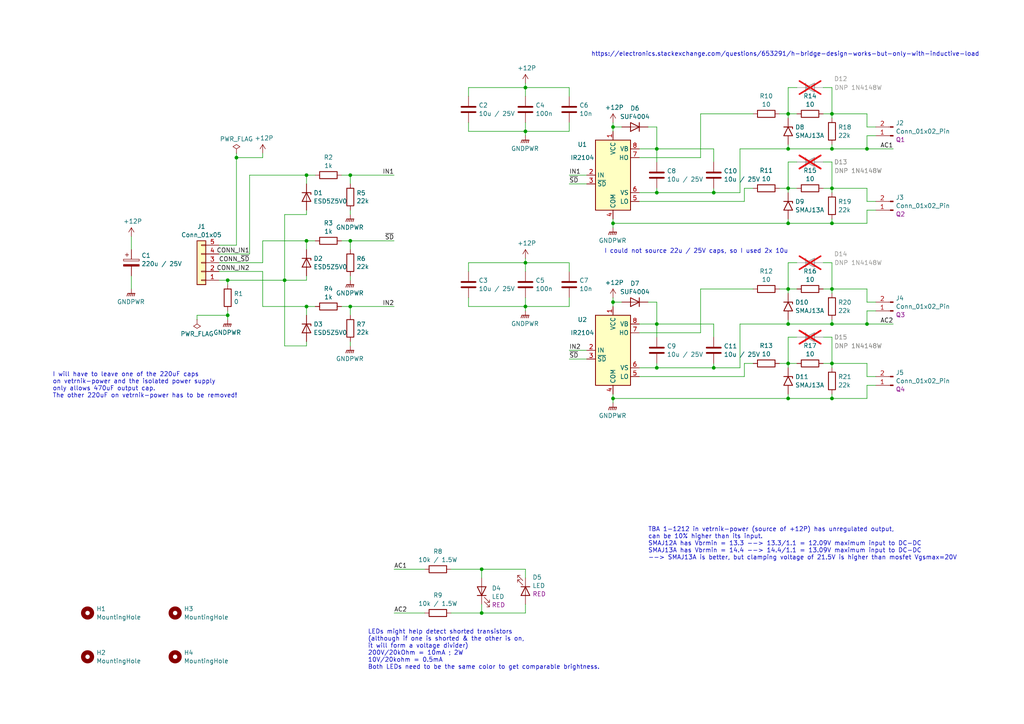
<source format=kicad_sch>
(kicad_sch (version 20230121) (generator eeschema)
  (paper "A4")
  (title_block (title "vetrnik-H-bridge") (company "Ondřej Sluka"))
  (lib_symbols
    (symbol "Connector:Conn_01x02_Pin" (pin_names (offset 1.016) hide)
      (property "Reference" "J" (at 0 2.54 0))
      (property "Value" "Conn_01x02_Pin" (at 0 -5.08 0))
      (symbol "Conn_01x02_Pin_1_1"
        (polyline (pts (xy 1.27 -2.54) (xy 0.8636 -2.54)) (stroke (width 0.1524)))
        (polyline (pts (xy 1.27 0) (xy 0.8636 0)) (stroke (width 0.1524)))
        (rectangle (start 0.8636 -2.413) (end 0 -2.667) (stroke (width 0.1524)) (fill (type outline)))
        (rectangle (start 0.8636 0.127) (end 0 -0.127) (stroke (width 0.1524)) (fill (type outline)))
        (pin passive line (at 5.08 0 180) (length 3.81) (name "Pin_1") (number "1"))
        (pin passive line (at 5.08 -2.54 180) (length 3.81) (name "Pin_2") (number "2"))
      )
    )
    (symbol "Connector_Generic:Conn_01x05" (pin_names (offset 1.016) hide)
      (property "Reference" "J" (at 0 7.62 0))
      (property "Value" "Conn_01x05" (at 0 -7.62 0))
      (symbol "Conn_01x05_1_1"
        (rectangle (start -1.27 -4.953) (end 0 -5.207) (stroke (width 0.1524)))
        (rectangle (start -1.27 -2.413) (end 0 -2.667) (stroke (width 0.1524)))
        (rectangle (start -1.27 0.127) (end 0 -0.127) (stroke (width 0.1524)))
        (rectangle (start -1.27 2.667) (end 0 2.413) (stroke (width 0.1524)))
        (rectangle (start -1.27 5.207) (end 0 4.953) (stroke (width 0.1524)))
        (rectangle (start -1.27 6.35) (end 1.27 -6.35) (stroke (width 0.254)) (fill (type background)))
        (pin passive line (at -5.08 5.08 0) (length 3.81) (name "Pin_1") (number "1"))
        (pin passive line (at -5.08 2.54 0) (length 3.81) (name "Pin_2") (number "2"))
        (pin passive line (at -5.08 0 0) (length 3.81) (name "Pin_3") (number "3"))
        (pin passive line (at -5.08 -2.54 0) (length 3.81) (name "Pin_4") (number "4"))
        (pin passive line (at -5.08 -5.08 0) (length 3.81) (name "Pin_5") (number "5"))
      )
    )
    (symbol "Device:C" (pin_numbers hide) (pin_names (offset 0.254))
      (property "Reference" "C" (at 0.635 2.54 0))
      (property "Value" "C" (at 0.635 -2.54 0))
      (symbol "C_0_1"
        (polyline (pts (xy -2.032 -0.762) (xy 2.032 -0.762)) (stroke (width 0.508)))
        (polyline (pts (xy -2.032 0.762) (xy 2.032 0.762)) (stroke (width 0.508)))
      )
      (symbol "C_1_1"
        (pin passive line (at 0 3.81 270) (length 2.794) (name "~") (number "1"))
        (pin passive line (at 0 -3.81 90) (length 2.794) (name "~") (number "2"))
      )
    )
    (symbol "Device:C_Polarized" (pin_numbers hide) (pin_names (offset 0.254))
      (property "Reference" "C" (at 0.635 2.54 0))
      (property "Value" "C_Polarized" (at 0.635 -2.54 0))
      (symbol "C_Polarized_0_1"
        (rectangle (start -2.286 0.508) (end 2.286 1.016))
        (polyline (pts (xy -1.778 2.286) (xy -0.762 2.286)))
        (polyline (pts (xy -1.27 2.794) (xy -1.27 1.778)))
        (rectangle (start 2.286 -0.508) (end -2.286 -1.016) (fill (type outline)))
      )
      (symbol "C_Polarized_1_1"
        (pin passive line (at 0 3.81 270) (length 2.794) (name "~") (number "1"))
        (pin passive line (at 0 -3.81 90) (length 2.794) (name "~") (number "2"))
      )
    )
    (symbol "Device:LED" (pin_numbers hide) (pin_names (offset 1.016) hide)
      (property "Reference" "D" (at 0 2.54 0))
      (property "Value" "LED" (at 0 -2.54 0))
      (symbol "LED_0_1"
        (polyline (pts (xy -1.27 -1.27) (xy -1.27 1.27)) (stroke (width 0.254)))
        (polyline (pts (xy -1.27 0) (xy 1.27 0)))
        (polyline (pts (xy 1.27 -1.27) (xy 1.27 1.27) (xy -1.27 0) (xy 1.27 -1.27)) (stroke (width 0.254)))
        (polyline (pts (xy -3.048 -0.762) (xy -4.572 -2.286) (xy -3.81 -2.286) (xy -4.572 -2.286) (xy -4.572 -1.524)))
        (polyline (pts (xy -1.778 -0.762) (xy -3.302 -2.286) (xy -2.54 -2.286) (xy -3.302 -2.286) (xy -3.302 -1.524)))
      )
      (symbol "LED_1_1"
        (pin passive line (at -3.81 0 0) (length 2.54) (name "K") (number "1"))
        (pin passive line (at 3.81 0 180) (length 2.54) (name "A") (number "2"))
      )
    )
    (symbol "Device:R" (pin_numbers hide) (pin_names (offset 0))
      (property "Reference" "R" (at 2.032 0 90))
      (property "Value" "R" (at 0 0 90))
      (symbol "R_0_1"
        (rectangle (start -1.016 -2.54) (end 1.016 2.54) (stroke (width 0.254)))
      )
      (symbol "R_1_1"
        (pin passive line (at 0 3.81 270) (length 1.27) (name "~") (number "1"))
        (pin passive line (at 0 -3.81 90) (length 1.27) (name "~") (number "2"))
      )
    )
    (symbol "Diode:1N4148W" (pin_numbers hide) (pin_names hide)
      (property "Reference" "D" (at 0 2.54 0))
      (property "Value" "1N4148W" (at 0 -2.54 0))
      (symbol "1N4148W_0_1"
        (polyline (pts (xy -1.27 1.27) (xy -1.27 -1.27)) (stroke (width 0.254)))
        (polyline (pts (xy 1.27 0) (xy -1.27 0)))
        (polyline (pts (xy 1.27 1.27) (xy 1.27 -1.27) (xy -1.27 0) (xy 1.27 1.27)) (stroke (width 0.254)))
      )
      (symbol "1N4148W_1_1"
        (pin passive line (at -3.81 0 0) (length 2.54) (name "K") (number "1"))
        (pin passive line (at 3.81 0 180) (length 2.54) (name "A") (number "2"))
      )
    )
    (symbol "Diode:ESD5Zxx" (pin_numbers hide) (pin_names hide)
      (property "Reference" "D" (at 0 2.54 0))
      (property "Value" "ESD5Zxx" (at 0 -2.54 0))
      (symbol "ESD5Zxx_0_1"
        (polyline (pts (xy 1.27 0) (xy -1.27 0)))
        (polyline (pts (xy -1.27 -1.27) (xy -1.27 1.27) (xy -0.762 1.27)) (stroke (width 0.254)))
        (polyline (pts (xy 1.27 -1.27) (xy 1.27 1.27) (xy -1.27 0) (xy 1.27 -1.27)) (stroke (width 0.254)))
      )
      (symbol "ESD5Zxx_1_1"
        (pin passive line (at -3.81 0 0) (length 2.54) (name "K") (number "1"))
        (pin passive line (at 3.81 0 180) (length 2.54) (name "A") (number "2"))
      )
    )
    (symbol "Diode:SMAJ13A" (pin_numbers hide) (pin_names (offset 1.016) hide)
      (property "Reference" "D" (at 0 2.54 0))
      (property "Value" "SMAJ13A" (at 0 -2.54 0))
      (symbol "SMAJ13A_0_1"
        (polyline (pts (xy -0.762 1.27) (xy -1.27 1.27) (xy -1.27 -1.27)) (stroke (width 0.254)))
        (polyline (pts (xy 1.27 1.27) (xy 1.27 -1.27) (xy -1.27 0) (xy 1.27 1.27)) (stroke (width 0.254)))
      )
      (symbol "SMAJ13A_1_1"
        (pin passive line (at -3.81 0 0) (length 2.54) (name "A1") (number "1"))
        (pin passive line (at 3.81 0 180) (length 2.54) (name "A2") (number "2"))
      )
    )
    (symbol "Driver_FET:IR2104"
      (property "Reference" "U" (at 1.27 13.335 0))
      (property "Value" "IR2104" (at 1.27 11.43 0))
      (symbol "IR2104_0_1"
        (rectangle (start -5.08 -10.16) (end 5.08 10.16) (stroke (width 0.254)) (fill (type background)))
      )
      (symbol "IR2104_1_1"
        (pin power_in line (at 0 12.7 270) (length 2.54) (name "VCC") (number "1"))
        (pin input line (at -7.62 0 0) (length 2.54) (name "IN") (number "2"))
        (pin input line (at -7.62 -2.54 0) (length 2.54) (name "~{SD}") (number "3"))
        (pin power_in line (at 0 -12.7 90) (length 2.54) (name "COM") (number "4"))
        (pin output line (at 7.62 -7.62 180) (length 2.54) (name "LO") (number "5"))
        (pin passive line (at 7.62 -5.08 180) (length 2.54) (name "VS") (number "6"))
        (pin output line (at 7.62 5.08 180) (length 2.54) (name "HO") (number "7"))
        (pin passive line (at 7.62 7.62 180) (length 2.54) (name "VB") (number "8"))
      )
    )
    (symbol "Mechanical:MountingHole" (pin_names (offset 1.016))
      (property "Reference" "H" (at 0 5.08 0))
      (property "Value" "MountingHole" (at 0 3.175 0))
      (symbol "MountingHole_0_1"
        (circle (center 0 0) (radius 1.27) (stroke (width 1.27)))
      )
    )
    (symbol "ondra:UF4004" (pin_numbers hide) (pin_names (offset 1.016) hide)
      (property "Reference" "D" (at 0 2.54 0))
      (property "Value" "UF4004" (at 0 -2.54 0))
      (symbol "UF4004_0_1"
        (polyline (pts (xy -1.27 1.27) (xy -1.27 -1.27)) (stroke (width 0.254)))
        (polyline (pts (xy 1.27 0) (xy -1.27 0)))
        (polyline (pts (xy 1.27 1.27) (xy 1.27 -1.27) (xy -1.27 0) (xy 1.27 1.27)) (stroke (width 0.254)))
      )
      (symbol "UF4004_1_1"
        (pin passive line (at -3.81 0 0) (length 2.54) (name "K") (number "1"))
        (pin passive line (at 3.81 0 180) (length 2.54) (name "A") (number "2"))
      )
    )
    (symbol "power:+12P" (power) (pin_names (offset 0))
      (property "Value" "+12P" (at 0 3.556 0))
      (symbol "+12P_0_1"
        (polyline (pts (xy -0.762 1.27) (xy 0 2.54)))
        (polyline (pts (xy 0 0) (xy 0 2.54)))
        (polyline (pts (xy 0 2.54) (xy 0.762 1.27)))
      )
      (symbol "+12P_1_1"
        (pin power_in line (at 0 0 90) (length 0) hide (name "+12P") (number "1"))
      )
    )
    (symbol "power:GNDPWR" (power) (pin_names (offset 0))
      (property "Value" "GNDPWR" (at 0 -3.302 0))
      (symbol "GNDPWR_0_1"
        (polyline (pts (xy 0 -1.27) (xy 0 0)))
        (polyline (pts (xy -1.016 -1.27) (xy -1.27 -2.032) (xy -1.27 -2.032)) (stroke (width 0.2032)))
        (polyline (pts (xy -0.508 -1.27) (xy -0.762 -2.032) (xy -0.762 -2.032)) (stroke (width 0.2032)))
        (polyline (pts (xy 0 -1.27) (xy -0.254 -2.032) (xy -0.254 -2.032)) (stroke (width 0.2032)))
        (polyline (pts (xy 0.508 -1.27) (xy 0.254 -2.032) (xy 0.254 -2.032)) (stroke (width 0.2032)))
        (polyline (pts (xy 1.016 -1.27) (xy -1.016 -1.27) (xy -1.016 -1.27)) (stroke (width 0.2032)))
        (polyline (pts (xy 1.016 -1.27) (xy 0.762 -2.032) (xy 0.762 -2.032) (xy 0.762 -2.032)) (stroke (width 0.2032)))
      )
      (symbol "GNDPWR_1_1"
        (pin power_in line (at 0 0 270) (length 0) hide (name "GNDPWR") (number "1"))
      )
    )
    (symbol "power:PWR_FLAG" (power) (pin_numbers hide) (pin_names (offset 0) hide)
      (property "Value" "PWR_FLAG" (at 0 3.81 0))
      (symbol "PWR_FLAG_0_0"
        (pin power_out line (at 0 0 90) (length 0) (name "pwr") (number "1"))
      )
      (symbol "PWR_FLAG_0_1"
        (polyline (pts (xy 0 0) (xy 0 1.27) (xy -1.016 1.905) (xy 0 2.54) (xy 1.016 1.905) (xy 0 1.27)))
      )
    )
  )
  (junction (at 177.8 115.57))
  (junction (at 68.58 45.72))
  (junction (at 139.7 165.1))
  (junction (at 241.3 54.61))
  (junction (at 241.3 43.18))
  (junction (at 251.46 43.18))
  (junction (at 66.04 91.44))
  (junction (at 241.3 93.98))
  (junction (at 190.5 55.88))
  (junction (at 177.8 64.77))
  (junction (at 241.3 105.41))
  (junction (at 228.6 93.98))
  (junction (at 190.5 106.68))
  (junction (at 241.3 83.82))
  (junction (at 101.6 50.8))
  (junction (at 177.8 36.83))
  (junction (at 66.04 81.28))
  (junction (at 152.4 88.9))
  (junction (at 241.3 115.57))
  (junction (at 88.9 69.85))
  (junction (at 241.3 33.02))
  (junction (at 190.5 93.98))
  (junction (at 152.4 38.1))
  (junction (at 228.6 83.82))
  (junction (at 190.5 43.18))
  (junction (at 101.6 69.85))
  (junction (at 88.9 88.9))
  (junction (at 228.6 64.77))
  (junction (at 241.3 64.77))
  (junction (at 228.6 115.57))
  (junction (at 228.6 54.61))
  (junction (at 101.6 88.9))
  (junction (at 177.8 87.63))
  (junction (at 228.6 33.02))
  (junction (at 207.01 55.88))
  (junction (at 152.4 76.2))
  (junction (at 228.6 105.41))
  (junction (at 207.01 106.68))
  (junction (at 82.55 81.28))
  (junction (at 152.4 25.4))
  (junction (at 251.46 93.98))
  (junction (at 88.9 50.8))
  (junction (at 139.7 177.8))
  (junction (at 228.6 43.18))
  (wire (pts (xy 101.6 50.8) (xy 101.6 53.34)))
  (wire (pts (xy 241.3 92.71) (xy 241.3 93.98)))
  (wire (pts (xy 88.9 62.23) (xy 82.55 62.23)))
  (wire (pts (xy 241.3 55.88) (xy 241.3 54.61)))
  (wire (pts (xy 165.1 53.34) (xy 170.18 53.34)))
  (wire (pts (xy 177.8 114.3) (xy 177.8 115.57)))
  (wire (pts (xy 215.9 58.42) (xy 215.9 54.61)))
  (wire (pts (xy 57.15 92.71) (xy 57.15 91.44)))
  (wire (pts (xy 76.2 88.9) (xy 88.9 88.9)))
  (wire (pts (xy 91.44 50.8) (xy 88.9 50.8)))
  (wire (pts (xy 165.1 101.6) (xy 170.18 101.6)))
  (wire (pts (xy 99.06 50.8) (xy 101.6 50.8)))
  (wire (pts (xy 241.3 114.3) (xy 241.3 115.57)))
  (wire (pts (xy 91.44 69.85) (xy 88.9 69.85)))
  (wire (pts (xy 251.46 93.98) (xy 251.46 90.17)))
  (wire (pts (xy 101.6 88.9) (xy 114.3 88.9)))
  (wire (pts (xy 241.3 43.18) (xy 228.6 43.18)))
  (wire (pts (xy 76.2 78.74) (xy 76.2 88.9)))
  (wire (pts (xy 241.3 76.2) (xy 241.3 83.82)))
  (wire (pts (xy 177.8 64.77) (xy 177.8 66.04)))
  (wire (pts (xy 130.81 177.8) (xy 139.7 177.8)))
  (wire (pts (xy 241.3 25.4) (xy 241.3 33.02)))
  (wire (pts (xy 251.46 111.76) (xy 251.46 115.57)))
  (wire (pts (xy 238.76 25.4) (xy 241.3 25.4)))
  (wire (pts (xy 251.46 54.61) (xy 251.46 58.42)))
  (wire (pts (xy 228.6 83.82) (xy 231.14 83.82)))
  (wire (pts (xy 63.5 76.2) (xy 76.2 76.2)))
  (wire (pts (xy 254 111.76) (xy 251.46 111.76)))
  (wire (pts (xy 135.89 25.4) (xy 152.4 25.4)))
  (wire (pts (xy 63.5 81.28) (xy 66.04 81.28)))
  (wire (pts (xy 57.15 91.44) (xy 66.04 91.44)))
  (wire (pts (xy 228.6 63.5) (xy 228.6 64.77)))
  (wire (pts (xy 228.6 105.41) (xy 231.14 105.41)))
  (wire (pts (xy 190.5 43.18) (xy 185.42 43.18)))
  (wire (pts (xy 203.2 33.02) (xy 218.44 33.02)))
  (wire (pts (xy 251.46 33.02) (xy 241.3 33.02)))
  (wire (pts (xy 238.76 83.82) (xy 241.3 83.82)))
  (wire (pts (xy 254 109.22) (xy 251.46 109.22)))
  (wire (pts (xy 66.04 81.28) (xy 66.04 82.55)))
  (wire (pts (xy 259.08 93.98) (xy 251.46 93.98)))
  (wire (pts (xy 38.1 68.58) (xy 38.1 72.39)))
  (wire (pts (xy 241.3 46.99) (xy 241.3 54.61)))
  (wire (pts (xy 228.6 115.57) (xy 241.3 115.57)))
  (wire (pts (xy 228.6 54.61) (xy 228.6 55.88)))
  (wire (pts (xy 177.8 36.83) (xy 177.8 38.1)))
  (wire (pts (xy 177.8 87.63) (xy 180.34 87.63)))
  (wire (pts (xy 190.5 55.88) (xy 207.01 55.88)))
  (wire (pts (xy 76.2 76.2) (xy 76.2 69.85)))
  (wire (pts (xy 251.46 39.37) (xy 251.46 43.18)))
  (wire (pts (xy 228.6 83.82) (xy 228.6 85.09)))
  (wire (pts (xy 231.14 97.79) (xy 228.6 97.79)))
  (wire (pts (xy 241.3 63.5) (xy 241.3 64.77)))
  (wire (pts (xy 241.3 93.98) (xy 251.46 93.98)))
  (wire (pts (xy 114.3 165.1) (xy 123.19 165.1)))
  (wire (pts (xy 185.42 45.72) (xy 203.2 45.72)))
  (wire (pts (xy 177.8 87.63) (xy 177.8 88.9)))
  (wire (pts (xy 135.89 76.2) (xy 152.4 76.2)))
  (wire (pts (xy 72.39 50.8) (xy 88.9 50.8)))
  (wire (pts (xy 76.2 45.72) (xy 76.2 44.45)))
  (wire (pts (xy 88.9 99.06) (xy 88.9 100.33)))
  (wire (pts (xy 238.76 97.79) (xy 241.3 97.79)))
  (wire (pts (xy 139.7 177.8) (xy 152.4 177.8)))
  (wire (pts (xy 251.46 109.22) (xy 251.46 105.41)))
  (wire (pts (xy 165.1 27.94) (xy 165.1 25.4)))
  (wire (pts (xy 101.6 50.8) (xy 114.3 50.8)))
  (wire (pts (xy 228.6 64.77) (xy 241.3 64.77)))
  (wire (pts (xy 152.4 167.64) (xy 152.4 165.1)))
  (wire (pts (xy 66.04 90.17) (xy 66.04 91.44)))
  (wire (pts (xy 214.63 55.88) (xy 214.63 43.18)))
  (wire (pts (xy 251.46 87.63) (xy 251.46 83.82)))
  (wire (pts (xy 241.3 64.77) (xy 251.46 64.77)))
  (wire (pts (xy 228.6 114.3) (xy 228.6 115.57)))
  (wire (pts (xy 228.6 76.2) (xy 228.6 83.82)))
  (wire (pts (xy 228.6 25.4) (xy 228.6 33.02)))
  (wire (pts (xy 88.9 60.96) (xy 88.9 62.23)))
  (wire (pts (xy 251.46 90.17) (xy 254 90.17)))
  (wire (pts (xy 238.76 105.41) (xy 241.3 105.41)))
  (wire (pts (xy 203.2 45.72) (xy 203.2 33.02)))
  (wire (pts (xy 226.06 33.02) (xy 228.6 33.02)))
  (wire (pts (xy 82.55 100.33) (xy 82.55 81.28)))
  (wire (pts (xy 251.46 58.42) (xy 254 58.42)))
  (wire (pts (xy 177.8 115.57) (xy 228.6 115.57)))
  (wire (pts (xy 152.4 74.93) (xy 152.4 76.2)))
  (wire (pts (xy 251.46 60.96) (xy 251.46 64.77)))
  (wire (pts (xy 254 60.96) (xy 251.46 60.96)))
  (wire (pts (xy 165.1 35.56) (xy 165.1 38.1)))
  (wire (pts (xy 207.01 54.61) (xy 207.01 55.88)))
  (wire (pts (xy 82.55 62.23) (xy 82.55 81.28)))
  (wire (pts (xy 251.46 105.41) (xy 241.3 105.41)))
  (wire (pts (xy 185.42 106.68) (xy 190.5 106.68)))
  (wire (pts (xy 228.6 54.61) (xy 231.14 54.61)))
  (wire (pts (xy 152.4 25.4) (xy 152.4 27.94)))
  (wire (pts (xy 215.9 54.61) (xy 218.44 54.61)))
  (wire (pts (xy 152.4 165.1) (xy 139.7 165.1)))
  (wire (pts (xy 68.58 71.12) (xy 68.58 45.72)))
  (wire (pts (xy 177.8 35.56) (xy 177.8 36.83)))
  (wire (pts (xy 99.06 88.9) (xy 101.6 88.9)))
  (wire (pts (xy 177.8 63.5) (xy 177.8 64.77)))
  (wire (pts (xy 241.3 54.61) (xy 251.46 54.61)))
  (wire (pts (xy 238.76 76.2) (xy 241.3 76.2)))
  (wire (pts (xy 135.89 78.74) (xy 135.89 76.2)))
  (wire (pts (xy 254 36.83) (xy 251.46 36.83)))
  (wire (pts (xy 130.81 165.1) (xy 139.7 165.1)))
  (wire (pts (xy 152.4 175.26) (xy 152.4 177.8)))
  (wire (pts (xy 68.58 44.45) (xy 68.58 45.72)))
  (wire (pts (xy 231.14 25.4) (xy 228.6 25.4)))
  (wire (pts (xy 214.63 93.98) (xy 228.6 93.98)))
  (wire (pts (xy 76.2 69.85) (xy 88.9 69.85)))
  (wire (pts (xy 228.6 97.79) (xy 228.6 105.41)))
  (wire (pts (xy 63.5 78.74) (xy 76.2 78.74)))
  (wire (pts (xy 135.89 38.1) (xy 152.4 38.1)))
  (wire (pts (xy 152.4 38.1) (xy 152.4 39.37)))
  (wire (pts (xy 190.5 93.98) (xy 185.42 93.98)))
  (wire (pts (xy 165.1 25.4) (xy 152.4 25.4)))
  (wire (pts (xy 101.6 60.96) (xy 101.6 62.23)))
  (wire (pts (xy 135.89 86.36) (xy 135.89 88.9)))
  (wire (pts (xy 114.3 177.8) (xy 123.19 177.8)))
  (wire (pts (xy 241.3 97.79) (xy 241.3 105.41)))
  (wire (pts (xy 177.8 64.77) (xy 228.6 64.77)))
  (wire (pts (xy 165.1 78.74) (xy 165.1 76.2)))
  (wire (pts (xy 177.8 116.84) (xy 177.8 115.57)))
  (wire (pts (xy 251.46 83.82) (xy 241.3 83.82)))
  (wire (pts (xy 254 87.63) (xy 251.46 87.63)))
  (wire (pts (xy 203.2 83.82) (xy 203.2 96.52)))
  (wire (pts (xy 226.06 54.61) (xy 228.6 54.61)))
  (wire (pts (xy 241.3 106.68) (xy 241.3 105.41)))
  (wire (pts (xy 152.4 76.2) (xy 152.4 78.74)))
  (wire (pts (xy 241.3 93.98) (xy 228.6 93.98)))
  (wire (pts (xy 185.42 55.88) (xy 190.5 55.88)))
  (wire (pts (xy 190.5 93.98) (xy 190.5 97.79)))
  (wire (pts (xy 226.06 83.82) (xy 228.6 83.82)))
  (wire (pts (xy 190.5 54.61) (xy 190.5 55.88)))
  (wire (pts (xy 152.4 35.56) (xy 152.4 38.1)))
  (wire (pts (xy 207.01 97.79) (xy 207.01 93.98)))
  (wire (pts (xy 228.6 105.41) (xy 228.6 106.68)))
  (wire (pts (xy 231.14 46.99) (xy 228.6 46.99)))
  (wire (pts (xy 185.42 58.42) (xy 215.9 58.42)))
  (wire (pts (xy 165.1 104.14) (xy 170.18 104.14)))
  (wire (pts (xy 218.44 83.82) (xy 203.2 83.82)))
  (wire (pts (xy 207.01 46.99) (xy 207.01 43.18)))
  (wire (pts (xy 88.9 88.9) (xy 88.9 91.44)))
  (wire (pts (xy 135.89 88.9) (xy 152.4 88.9)))
  (wire (pts (xy 226.06 105.41) (xy 228.6 105.41)))
  (wire (pts (xy 228.6 33.02) (xy 231.14 33.02)))
  (wire (pts (xy 101.6 99.06) (xy 101.6 100.33)))
  (wire (pts (xy 101.6 88.9) (xy 101.6 91.44)))
  (wire (pts (xy 207.01 55.88) (xy 214.63 55.88)))
  (wire (pts (xy 238.76 46.99) (xy 241.3 46.99)))
  (wire (pts (xy 251.46 36.83) (xy 251.46 33.02)))
  (wire (pts (xy 241.3 83.82) (xy 241.3 85.09)))
  (wire (pts (xy 215.9 109.22) (xy 215.9 105.41)))
  (wire (pts (xy 185.42 109.22) (xy 215.9 109.22)))
  (wire (pts (xy 135.89 35.56) (xy 135.89 38.1)))
  (wire (pts (xy 190.5 106.68) (xy 207.01 106.68)))
  (wire (pts (xy 101.6 69.85) (xy 101.6 72.39)))
  (wire (pts (xy 241.3 33.02) (xy 241.3 34.29)))
  (wire (pts (xy 152.4 24.13) (xy 152.4 25.4)))
  (wire (pts (xy 66.04 91.44) (xy 66.04 92.71)))
  (wire (pts (xy 165.1 50.8) (xy 170.18 50.8)))
  (wire (pts (xy 207.01 105.41) (xy 207.01 106.68)))
  (wire (pts (xy 241.3 115.57) (xy 251.46 115.57)))
  (wire (pts (xy 152.4 88.9) (xy 152.4 90.17)))
  (wire (pts (xy 88.9 69.85) (xy 88.9 72.39)))
  (wire (pts (xy 231.14 76.2) (xy 228.6 76.2)))
  (wire (pts (xy 63.5 71.12) (xy 68.58 71.12)))
  (wire (pts (xy 238.76 33.02) (xy 241.3 33.02)))
  (wire (pts (xy 259.08 43.18) (xy 251.46 43.18)))
  (wire (pts (xy 177.8 86.36) (xy 177.8 87.63)))
  (wire (pts (xy 139.7 165.1) (xy 139.7 167.64)))
  (wire (pts (xy 91.44 88.9) (xy 88.9 88.9)))
  (wire (pts (xy 72.39 73.66) (xy 72.39 50.8)))
  (wire (pts (xy 190.5 43.18) (xy 190.5 46.99)))
  (wire (pts (xy 187.96 36.83) (xy 190.5 36.83)))
  (wire (pts (xy 238.76 54.61) (xy 241.3 54.61)))
  (wire (pts (xy 187.96 87.63) (xy 190.5 87.63)))
  (wire (pts (xy 190.5 87.63) (xy 190.5 93.98)))
  (wire (pts (xy 207.01 93.98) (xy 190.5 93.98)))
  (wire (pts (xy 82.55 81.28) (xy 88.9 81.28)))
  (wire (pts (xy 228.6 33.02) (xy 228.6 34.29)))
  (wire (pts (xy 152.4 86.36) (xy 152.4 88.9)))
  (wire (pts (xy 88.9 100.33) (xy 82.55 100.33)))
  (wire (pts (xy 190.5 105.41) (xy 190.5 106.68)))
  (wire (pts (xy 190.5 36.83) (xy 190.5 43.18)))
  (wire (pts (xy 165.1 76.2) (xy 152.4 76.2)))
  (wire (pts (xy 99.06 69.85) (xy 101.6 69.85)))
  (wire (pts (xy 228.6 46.99) (xy 228.6 54.61)))
  (wire (pts (xy 63.5 73.66) (xy 72.39 73.66)))
  (wire (pts (xy 228.6 93.98) (xy 228.6 92.71)))
  (wire (pts (xy 177.8 36.83) (xy 180.34 36.83)))
  (wire (pts (xy 215.9 105.41) (xy 218.44 105.41)))
  (wire (pts (xy 88.9 50.8) (xy 88.9 53.34)))
  (wire (pts (xy 38.1 80.01) (xy 38.1 83.82)))
  (wire (pts (xy 68.58 45.72) (xy 76.2 45.72)))
  (wire (pts (xy 88.9 80.01) (xy 88.9 81.28)))
  (wire (pts (xy 152.4 38.1) (xy 165.1 38.1)))
  (wire (pts (xy 203.2 96.52) (xy 185.42 96.52)))
  (wire (pts (xy 101.6 80.01) (xy 101.6 81.28)))
  (wire (pts (xy 101.6 69.85) (xy 114.3 69.85)))
  (wire (pts (xy 241.3 41.91) (xy 241.3 43.18)))
  (wire (pts (xy 207.01 43.18) (xy 190.5 43.18)))
  (wire (pts (xy 241.3 43.18) (xy 251.46 43.18)))
  (wire (pts (xy 152.4 88.9) (xy 165.1 88.9)))
  (wire (pts (xy 165.1 86.36) (xy 165.1 88.9)))
  (wire (pts (xy 139.7 175.26) (xy 139.7 177.8)))
  (wire (pts (xy 207.01 106.68) (xy 214.63 106.68)))
  (wire (pts (xy 214.63 106.68) (xy 214.63 93.98)))
  (wire (pts (xy 82.55 81.28) (xy 66.04 81.28)))
  (wire (pts (xy 135.89 27.94) (xy 135.89 25.4)))
  (wire (pts (xy 251.46 39.37) (xy 254 39.37)))
  (wire (pts (xy 228.6 43.18) (xy 228.6 41.91)))
  (wire (pts (xy 214.63 43.18) (xy 228.6 43.18)))
  (text "LEDs might help detect shorted transistors\n(although if one is shorted & the other is on,\nit will form a voltage divider)\n200V/20kOhm = 10mA ; 2W\n10V/20kohm = 0.5mA\nBoth LEDs need to be the same color to get comparable brightness." (at 106.68 194.31 0) (effects (font (size 1.27 1.27)) (justify left bottom)))
  (text "I will have to leave one of the 220uF caps\non vetrnik-power and the isolated power supply\nonly allows 470uF output cap.\nThe other 220uF on vetrnik-power has to be removed!" (at 15.24 115.57 0) (effects (font (size 1.27 1.27)) (justify left bottom)))
  (text "TBA 1-1212 in vetrnik-power (source of +12P) has unregulated output,\ncan be 10% higher than its input.\nSMAJ12A has Vbrmin = 13.3 --> 13.3/1.1 = 12.09V maximum input to DC-DC\nSMAJ13A has Vbrmin = 14.4 --> 14.4/1.1 = 13.09V maximum input to DC-DC\n--> SMAJ13A is better, but clamping voltage of 21.5V is higher than mosfet Vgsmax=20V" (at 187.96 162.56 0) (effects (font (size 1.27 1.27)) (justify left bottom)))
  (text "https://electronics.stackexchange.com/questions/653291/h-bridge-design-works-but-only-with-inductive-load" (at 171.45 16.51 0) (effects (font (size 1.27 1.27)) (justify left bottom)))
  (text "I could not source 22u / 25V caps, so I used 2x 10u" (at 175.26 73.66 0) (effects (font (size 1.27 1.27)) (justify left bottom)))
  (label "AC2" (at 114.3 177.8 0))
  (label "IN2" (at 114.3 88.9 180))
  (label "CONN_IN2" (at 72.39 78.74 180))
  (label "~{SD}" (at 165.1 53.34 0))
  (label "CONN_~{SD}" (at 72.39 76.2 180))
  (label "IN1" (at 114.3 50.8 180))
  (label "AC1" (at 259.08 43.18 180))
  (label "~{SD}" (at 114.3 69.85 180))
  (label "AC2" (at 259.08 93.98 180))
  (label "IN2" (at 165.1 101.6 0))
  (label "~{SD}" (at 165.1 104.14 0))
  (label "AC1" (at 114.3 165.1 0))
  (label "IN1" (at 165.1 50.8 0))
  (label "CONN_IN1" (at 72.39 73.66 180))
  (symbol (lib_id "Device:LED") (at 139.7 171.45 90) (unit 1)
    (property "Reference" "D4" (at 142.621 170.6133 90) (effects (justify right)))
    (property "Value" "LED" (at 142.621 173.0375 90) (effects (justify right)))
    (property "Footprint" "LED_SMD:LED_1206_3216Metric_Pad1.42x1.75mm_HandSolder" (effects hide))
    (property "Label" "RED" (at 142.621 175.4617 90) (effects (justify right)))
  )
  (symbol (lib_id "Device:R") (at 101.6 76.2 0) (unit 1)
    (property "Reference" "R6" (at 103.378 75.0316 0) (effects (justify left)))
    (property "Value" "22k" (at 103.378 77.343 0) (effects (justify left)))
    (property "Footprint" "Resistor_SMD:R_1206_3216Metric_Pad1.30x1.75mm_HandSolder" (effects hide))
  )
  (symbol (lib_id "Connector:Conn_01x02_Pin") (at 259.08 60.96 180) (unit 1)
    (property "Reference" "J3" (at 259.7912 57.2658 0) (effects (justify right)))
    (property "Value" "Conn_01x02_Pin" (at 259.7912 59.69 0) (effects (justify right)))
    (property "Footprint" "Connector_Wire:SolderWire-0.15sqmm_1x02_P4mm_D0.5mm_OD1.5mm_Relief" (effects hide))
    (property "Label" "Q2" (at 259.7912 62.1142 0) (effects (justify right)))
  )
  (symbol (lib_id "Device:R") (at 95.25 50.8 270) (unit 1)
    (property "Reference" "R2" (at 95.25 45.6397 90))
    (property "Value" "1k" (at 95.25 48.0639 90))
    (property "Footprint" "Resistor_SMD:R_1206_3216Metric_Pad1.30x1.75mm_HandSolder" (effects hide))
  )
  (symbol (lib_id "Device:C") (at 207.01 101.6 0) (unit 1)
    (property "Reference" "C11" (at 209.931 100.3879 0) (effects (justify left)))
    (property "Value" "10u / 25V" (at 209.931 102.8121 0) (effects (justify left)))
    (property "Footprint" "Capacitor_SMD:C_1206_3216Metric_Pad1.33x1.80mm_HandSolder" (effects hide))
  )
  (symbol (lib_id "Mechanical:MountingHole") (at 50.8 190.5 0) (unit 1)
    (property "Reference" "H4" (at 53.34 189.2879 0) (effects (justify left)))
    (property "Value" "MountingHole" (at 53.34 191.7121 0) (effects (justify left)))
    (property "Footprint" "MountingHole:MountingHole_3.2mm_M3" (effects hide))
  )
  (symbol (lib_id "Device:C") (at 190.5 101.6 0) (unit 1)
    (property "Reference" "C9" (at 193.421 100.3879 0) (effects (justify left)))
    (property "Value" "10u / 25V" (at 193.421 102.8121 0) (effects (justify left)))
    (property "Footprint" "Capacitor_SMD:C_1206_3216Metric_Pad1.33x1.80mm_HandSolder" (effects hide))
  )
  (symbol (lib_id "Device:R") (at 241.3 59.69 0) (unit 1)
    (property "Reference" "R19" (at 243.078 58.4779 0) (effects (justify left)))
    (property "Value" "22k" (at 243.078 60.9021 0) (effects (justify left)))
    (property "Footprint" "Resistor_SMD:R_1206_3216Metric_Pad1.30x1.75mm_HandSolder" (effects hide))
  )
  (symbol (lib_id "Device:C") (at 135.89 31.75 0) (unit 1)
    (property "Reference" "C2" (at 138.811 30.5379 0) (effects (justify left)))
    (property "Value" "10u / 25V" (at 138.811 32.9621 0) (effects (justify left)))
    (property "Footprint" "Capacitor_SMD:C_1206_3216Metric_Pad1.33x1.80mm_HandSolder" (effects hide))
  )
  (symbol (lib_id "Diode:SMAJ13A") (at 228.6 59.69 270) (unit 1)
    (property "Reference" "D9" (at 230.632 58.4779 90) (effects (justify left)))
    (property "Value" "SMAJ13A" (at 230.632 60.9021 90) (effects (justify left)))
    (property "Footprint" "Diode_SMD:D_SMA" (effects hide))
    (property "Datasheet" "https://www.tme.eu/Document/562bcab6e007f962e0ec64e81f6c2cf6/smajA-CA_ser.pdf" (effects hide))
    (property "TME" "https://www.tme.eu/cz/details/smaj13a-e3_61/transil-diody-jednosmerne-smd/vishay/" (effects hide))
  )
  (symbol (lib_id "power:+12P") (at 152.4 24.13 0) (unit 1)
    (property "Reference" "#PWR011" (effects hide))
    (property "Value" "+12P" (at 152.781 19.7358 0))
  )
  (symbol (lib_id "Device:R") (at 222.25 33.02 90) (unit 1)
    (property "Reference" "R10" (at 222.25 27.8597 90))
    (property "Value" "10" (at 222.25 30.2839 90))
    (property "Footprint" "Resistor_SMD:R_1206_3216Metric_Pad1.30x1.75mm_HandSolder" (effects hide))
  )
  (symbol (lib_id "Diode:1N4148W") (at 234.95 97.79 0) (unit 1) (dnp yes)
    (property "Reference" "D15" (at 243.84 97.79 0))
    (property "Value" "DNP 1N4148W" (at 248.92 100.33 0))
    (property "Footprint" "Diode_SMD:D_SOD-123" (effects hide))
    (property "Datasheet" "https://www.vishay.com/docs/85748/1n4148w.pdf" (effects hide))
    (property "Sim.Device" "D" (effects hide))
    (property "Sim.Pins" "1=K 2=A" (effects hide))
  )
  (symbol (lib_id "Device:R") (at 241.3 38.1 0) (unit 1)
    (property "Reference" "R18" (at 243.078 36.8879 0) (effects (justify left)))
    (property "Value" "22k" (at 243.078 39.3121 0) (effects (justify left)))
    (property "Footprint" "Resistor_SMD:R_1206_3216Metric_Pad1.30x1.75mm_HandSolder" (effects hide))
  )
  (symbol (lib_id "Device:R") (at 101.6 95.25 0) (unit 1)
    (property "Reference" "R7" (at 103.378 94.0816 0) (effects (justify left)))
    (property "Value" "22k" (at 103.378 96.393 0) (effects (justify left)))
    (property "Footprint" "Resistor_SMD:R_1206_3216Metric_Pad1.30x1.75mm_HandSolder" (effects hide))
  )
  (symbol (lib_id "Mechanical:MountingHole") (at 25.4 190.5 0) (unit 1)
    (property "Reference" "H2" (at 27.94 189.2879 0) (effects (justify left)))
    (property "Value" "MountingHole" (at 27.94 191.7121 0) (effects (justify left)))
    (property "Footprint" "MountingHole:MountingHole_3.2mm_M3" (effects hide))
  )
  (symbol (lib_id "Driver_FET:IR2104") (at 177.8 101.6 0) (unit 1)
    (property "Reference" "U2" (at 168.91 92.71 0))
    (property "Value" "IR2104" (at 168.91 96.52 0))
    (property "Footprint" "Package_SO:SOIC-8_3.9x4.9mm_P1.27mm" (effects hide))
    (property "Datasheet" "https://www.infineon.com/dgdl/ir2104.pdf?fileId=5546d462533600a4015355c7c1c31671" (effects hide))
    (property "TME" "https://www.tme.eu/cz/details/ir2104strpbf/drivery-mosfet-igbt/infineon-technologies/" (effects hide))
  )
  (symbol (lib_id "Diode:SMAJ13A") (at 228.6 110.49 270) (unit 1)
    (property "Reference" "D11" (at 230.632 109.2779 90) (effects (justify left)))
    (property "Value" "SMAJ13A" (at 230.632 111.7021 90) (effects (justify left)))
    (property "Footprint" "Diode_SMD:D_SMA" (effects hide))
    (property "Datasheet" "https://www.tme.eu/Document/562bcab6e007f962e0ec64e81f6c2cf6/smajA-CA_ser.pdf" (effects hide))
    (property "TME" "https://www.tme.eu/cz/details/smaj13a-e3_61/transil-diody-jednosmerne-smd/vishay/" (effects hide))
  )
  (symbol (lib_id "Connector_Generic:Conn_01x05") (at 58.42 76.2 180) (unit 1)
    (property "Reference" "J1" (at 58.42 65.7057 0))
    (property "Value" "Conn_01x05" (at 58.42 68.1299 0))
    (property "Footprint" "Connector_Wire:SolderWire-0.25sqmm_1x05_P4.2mm_D0.65mm_OD1.7mm_Relief" (effects hide))
  )
  (symbol (lib_id "Diode:SMAJ13A") (at 228.6 88.9 270) (unit 1)
    (property "Reference" "D10" (at 230.632 87.6879 90) (effects (justify left)))
    (property "Value" "SMAJ13A" (at 230.632 90.1121 90) (effects (justify left)))
    (property "Footprint" "Diode_SMD:D_SMA" (effects hide))
    (property "Datasheet" "https://www.tme.eu/Document/562bcab6e007f962e0ec64e81f6c2cf6/smajA-CA_ser.pdf" (effects hide))
    (property "TME" "https://www.tme.eu/cz/details/smaj13a-e3_61/transil-diody-jednosmerne-smd/vishay/" (effects hide))
  )
  (symbol (lib_id "power:PWR_FLAG") (at 68.58 44.45 0) (unit 1)
    (property "Reference" "#FLG02" (effects hide))
    (property "Value" "PWR_FLAG" (at 68.58 40.3169 0))
  )
  (symbol (lib_id "Device:C") (at 190.5 50.8 0) (unit 1)
    (property "Reference" "C8" (at 193.421 49.5879 0) (effects (justify left)))
    (property "Value" "10u / 25V" (at 193.421 52.0121 0) (effects (justify left)))
    (property "Footprint" "Capacitor_SMD:C_1206_3216Metric_Pad1.33x1.80mm_HandSolder" (effects hide))
  )
  (symbol (lib_id "power:PWR_FLAG") (at 57.15 92.71 180) (unit 1)
    (property "Reference" "#FLG01" (effects hide))
    (property "Value" "PWR_FLAG" (at 57.15 96.8431 0))
  )
  (symbol (lib_id "Diode:1N4148W") (at 234.95 76.2 0) (unit 1) (dnp yes)
    (property "Reference" "D14" (at 243.84 73.66 0))
    (property "Value" "DNP 1N4148W" (at 248.92 76.2 0))
    (property "Footprint" "Diode_SMD:D_SOD-123" (effects hide))
    (property "Datasheet" "https://www.vishay.com/docs/85748/1n4148w.pdf" (effects hide))
    (property "Sim.Device" "D" (effects hide))
    (property "Sim.Pins" "1=K 2=A" (effects hide))
  )
  (symbol (lib_id "Device:R") (at 101.6 57.15 0) (unit 1)
    (property "Reference" "R5" (at 103.378 55.9816 0) (effects (justify left)))
    (property "Value" "22k" (at 103.378 58.293 0) (effects (justify left)))
    (property "Footprint" "Resistor_SMD:R_1206_3216Metric_Pad1.30x1.75mm_HandSolder" (effects hide))
  )
  (symbol (lib_id "power:GNDPWR") (at 177.8 66.04 0) (unit 1)
    (property "Reference" "#PWR016" (effects hide))
    (property "Value" "GNDPWR" (at 177.673 69.7667 0))
  )
  (symbol (lib_id "Device:C") (at 165.1 31.75 0) (unit 1)
    (property "Reference" "C6" (at 168.021 30.5379 0) (effects (justify left)))
    (property "Value" "10n" (at 168.021 32.9621 0) (effects (justify left)))
    (property "Footprint" "Capacitor_SMD:C_1206_3216Metric_Pad1.33x1.80mm_HandSolder" (effects hide))
  )
  (symbol (lib_id "ondra:UF4004") (at 184.15 36.83 180) (unit 1)
    (property "Reference" "D6" (at 184.15 31.4157 0))
    (property "Value" "SUF4004" (at 184.15 33.8399 0))
    (property "Footprint" "Diode_SMD:D_MELF_Handsoldering" (effects hide))
    (property "Datasheet" "https://www.tme.eu/Document/25c9a87f9d5d9d388cdb4379b58907c7/suf4001.pdf" (effects hide))
    (property "TME" "https://www.tme.eu/cz/details/suf4004-dio/univerzalni-diody-smd/diotec-semiconductor/suf4004/" (effects hide))
  )
  (symbol (lib_id "Device:R") (at 95.25 69.85 270) (unit 1)
    (property "Reference" "R3" (at 95.25 64.6897 90))
    (property "Value" "1k" (at 95.25 67.1139 90))
    (property "Footprint" "Resistor_SMD:R_1206_3216Metric_Pad1.30x1.75mm_HandSolder" (effects hide))
  )
  (symbol (lib_id "Device:C") (at 152.4 31.75 0) (unit 1)
    (property "Reference" "C4" (at 155.321 30.5379 0) (effects (justify left)))
    (property "Value" "100n" (at 155.321 32.9621 0) (effects (justify left)))
    (property "Footprint" "Capacitor_SMD:C_1206_3216Metric_Pad1.33x1.80mm_HandSolder" (effects hide))
  )
  (symbol (lib_id "Diode:1N4148W") (at 234.95 25.4 0) (unit 1) (dnp yes)
    (property "Reference" "D12" (at 243.84 22.86 0))
    (property "Value" "DNP 1N4148W" (at 248.92 25.4 0))
    (property "Footprint" "Diode_SMD:D_SOD-123" (effects hide))
    (property "Datasheet" "https://www.vishay.com/docs/85748/1n4148w.pdf" (effects hide))
    (property "Sim.Device" "D" (effects hide))
    (property "Sim.Pins" "1=K 2=A" (effects hide))
  )
  (symbol (lib_id "Diode:ESD5Zxx") (at 88.9 76.2 270) (unit 1)
    (property "Reference" "D2" (at 90.932 74.9879 90) (effects (justify left)))
    (property "Value" "ESD5Z5V0" (at 90.932 77.4121 90) (effects (justify left)))
    (property "Footprint" "Diode_SMD:D_SOD-523" (effects hide))
    (property "Datasheet" "https://www.tme.eu/Document/ce6dc2b16f15e75cb22a06d57779cb3c/esd5z2v5.pdf" (effects hide))
    (property "TME" "https://www.tme.eu/cz/details/esd5z5v0-dio/transil-diody-jednosmerne-smd/diotec-semiconductor/esd5z5v0/" (effects hide))
  )
  (symbol (lib_id "power:GNDPWR") (at 177.8 116.84 0) (unit 1)
    (property "Reference" "#PWR018" (effects hide))
    (property "Value" "GNDPWR" (at 177.673 120.5667 0))
  )
  (symbol (lib_id "Device:R") (at 222.25 105.41 90) (unit 1)
    (property "Reference" "R13" (at 222.25 100.2497 90))
    (property "Value" "10" (at 222.25 102.6739 90))
    (property "Footprint" "Resistor_SMD:R_1206_3216Metric_Pad1.30x1.75mm_HandSolder" (effects hide))
  )
  (symbol (lib_id "Device:C") (at 152.4 82.55 0) (unit 1)
    (property "Reference" "C5" (at 155.321 81.3379 0) (effects (justify left)))
    (property "Value" "100n" (at 155.321 83.7621 0) (effects (justify left)))
    (property "Footprint" "Capacitor_SMD:C_1206_3216Metric_Pad1.33x1.80mm_HandSolder" (effects hide))
  )
  (symbol (lib_id "Diode:ESD5Zxx") (at 88.9 95.25 270) (unit 1)
    (property "Reference" "D3" (at 90.932 94.0379 90) (effects (justify left)))
    (property "Value" "ESD5Z5V0" (at 90.932 96.4621 90) (effects (justify left)))
    (property "Footprint" "Diode_SMD:D_SOD-523" (effects hide))
    (property "Datasheet" "https://www.tme.eu/Document/ce6dc2b16f15e75cb22a06d57779cb3c/esd5z2v5.pdf" (effects hide))
    (property "TME" "https://www.tme.eu/cz/details/esd5z5v0-dio/transil-diody-jednosmerne-smd/diotec-semiconductor/esd5z5v0/" (effects hide))
  )
  (symbol (lib_id "power:GNDPWR") (at 152.4 39.37 0) (unit 1)
    (property "Reference" "#PWR012" (effects hide))
    (property "Value" "GNDPWR" (at 152.273 43.0967 0))
  )
  (symbol (lib_id "power:GNDPWR") (at 38.1 83.82 0) (unit 1)
    (property "Reference" "#PWR02" (effects hide))
    (property "Value" "GNDPWR" (at 37.973 87.5467 0))
  )
  (symbol (lib_id "Device:R") (at 95.25 88.9 270) (unit 1)
    (property "Reference" "R4" (at 95.25 83.7397 90))
    (property "Value" "1k" (at 95.25 86.1639 90))
    (property "Footprint" "Resistor_SMD:R_1206_3216Metric_Pad1.30x1.75mm_HandSolder" (effects hide))
  )
  (symbol (lib_id "power:GNDPWR") (at 101.6 81.28 0) (unit 1)
    (property "Reference" "#PWR09" (effects hide))
    (property "Value" "GNDPWR" (at 101.473 85.0067 0))
  )
  (symbol (lib_id "Device:R") (at 241.3 88.9 0) (unit 1)
    (property "Reference" "R20" (at 243.078 87.6879 0) (effects (justify left)))
    (property "Value" "22k" (at 243.078 90.1121 0) (effects (justify left)))
    (property "Footprint" "Resistor_SMD:R_1206_3216Metric_Pad1.30x1.75mm_HandSolder" (effects hide))
  )
  (symbol (lib_id "Device:R") (at 234.95 33.02 90) (unit 1)
    (property "Reference" "R14" (at 234.95 27.8597 90))
    (property "Value" "10" (at 234.95 30.2839 90))
    (property "Footprint" "Resistor_SMD:R_1206_3216Metric_Pad1.30x1.75mm_HandSolder" (effects hide))
  )
  (symbol (lib_id "Diode:SMAJ13A") (at 228.6 38.1 270) (unit 1)
    (property "Reference" "D8" (at 230.632 36.8879 90) (effects (justify left)))
    (property "Value" "SMAJ13A" (at 230.632 39.3121 90) (effects (justify left)))
    (property "Footprint" "Diode_SMD:D_SMA" (effects hide))
    (property "Datasheet" "https://www.tme.eu/Document/562bcab6e007f962e0ec64e81f6c2cf6/smajA-CA_ser.pdf" (effects hide))
    (property "TME" "https://www.tme.eu/cz/details/smaj13a-e3_61/transil-diody-jednosmerne-smd/vishay/" (effects hide))
  )
  (symbol (lib_id "power:GNDPWR") (at 152.4 90.17 0) (unit 1)
    (property "Reference" "#PWR014" (effects hide))
    (property "Value" "GNDPWR" (at 152.273 93.8967 0))
  )
  (symbol (lib_id "Device:R") (at 222.25 54.61 90) (unit 1)
    (property "Reference" "R11" (at 222.25 49.4497 90))
    (property "Value" "10" (at 222.25 51.8739 90))
    (property "Footprint" "Resistor_SMD:R_1206_3216Metric_Pad1.30x1.75mm_HandSolder" (effects hide))
  )
  (symbol (lib_id "Device:R") (at 241.3 110.49 0) (unit 1)
    (property "Reference" "R21" (at 243.078 109.2779 0) (effects (justify left)))
    (property "Value" "22k" (at 243.078 111.7021 0) (effects (justify left)))
    (property "Footprint" "Resistor_SMD:R_1206_3216Metric_Pad1.30x1.75mm_HandSolder" (effects hide))
  )
  (symbol (lib_id "power:+12P") (at 38.1 68.58 0) (unit 1)
    (property "Reference" "#PWR01" (effects hide))
    (property "Value" "+12P" (at 38.481 64.1858 0))
  )
  (symbol (lib_id "Device:C") (at 135.89 82.55 0) (unit 1)
    (property "Reference" "C3" (at 138.811 81.3379 0) (effects (justify left)))
    (property "Value" "10u / 25V" (at 138.811 83.7621 0) (effects (justify left)))
    (property "Footprint" "Capacitor_SMD:C_1206_3216Metric_Pad1.33x1.80mm_HandSolder" (effects hide))
  )
  (symbol (lib_id "power:GNDPWR") (at 101.6 100.33 0) (unit 1)
    (property "Reference" "#PWR010" (effects hide))
    (property "Value" "GNDPWR" (at 101.473 104.0567 0))
  )
  (symbol (lib_id "Connector:Conn_01x02_Pin") (at 259.08 39.37 180) (unit 1)
    (property "Reference" "J2" (at 259.7912 35.6758 0) (effects (justify right)))
    (property "Value" "Conn_01x02_Pin" (at 259.7912 38.1 0) (effects (justify right)))
    (property "Footprint" "Connector_Wire:SolderWire-0.15sqmm_1x02_P4mm_D0.5mm_OD1.5mm_Relief" (effects hide))
    (property "Label" "Q1" (at 259.7912 40.5242 0) (effects (justify right)))
  )
  (symbol (lib_id "Device:R") (at 222.25 83.82 90) (unit 1)
    (property "Reference" "R12" (at 222.25 78.6597 90))
    (property "Value" "10" (at 222.25 81.0839 90))
    (property "Footprint" "Resistor_SMD:R_1206_3216Metric_Pad1.30x1.75mm_HandSolder" (effects hide))
  )
  (symbol (lib_id "Driver_FET:IR2104") (at 177.8 50.8 0) (unit 1)
    (property "Reference" "U1" (at 168.91 41.91 0))
    (property "Value" "IR2104" (at 168.91 45.72 0))
    (property "Footprint" "Package_SO:SOIC-8_3.9x4.9mm_P1.27mm" (effects hide))
    (property "Datasheet" "https://www.infineon.com/dgdl/ir2104.pdf?fileId=5546d462533600a4015355c7c1c31671" (effects hide))
    (property "TME" "https://www.tme.eu/cz/details/ir2104strpbf/drivery-mosfet-igbt/infineon-technologies/" (effects hide))
  )
  (symbol (lib_id "Diode:1N4148W") (at 234.95 46.99 0) (unit 1) (dnp yes)
    (property "Reference" "D13" (at 243.84 46.99 0))
    (property "Value" "DNP 1N4148W" (at 248.92 49.53 0))
    (property "Footprint" "Diode_SMD:D_SOD-123" (effects hide))
    (property "Datasheet" "https://www.vishay.com/docs/85748/1n4148w.pdf" (effects hide))
    (property "Sim.Device" "D" (effects hide))
    (property "Sim.Pins" "1=K 2=A" (effects hide))
  )
  (symbol (lib_id "power:+12P") (at 76.2 44.45 0) (unit 1)
    (property "Reference" "#PWR04" (effects hide))
    (property "Value" "+12P" (at 76.581 40.0558 0))
  )
  (symbol (lib_id "Connector:Conn_01x02_Pin") (at 259.08 111.76 180) (unit 1)
    (property "Reference" "J5" (at 259.7912 108.0658 0) (effects (justify right)))
    (property "Value" "Conn_01x02_Pin" (at 259.7912 110.49 0) (effects (justify right)))
    (property "Footprint" "Connector_Wire:SolderWire-0.15sqmm_1x02_P4mm_D0.5mm_OD1.5mm_Relief" (effects hide))
    (property "Label" "Q4" (at 259.7912 112.9142 0) (effects (justify right)))
  )
  (symbol (lib_id "power:GNDPWR") (at 66.04 92.71 0) (unit 1)
    (property "Reference" "#PWR03" (effects hide))
    (property "Value" "GNDPWR" (at 65.913 96.4367 0))
  )
  (symbol (lib_id "Device:R") (at 127 177.8 90) (unit 1)
    (property "Reference" "R9" (at 127 172.6397 90))
    (property "Value" "10k / 1.5W" (at 127 175.0639 90))
    (property "Footprint" "Resistor_SMD:R_2512_6332Metric_Pad1.40x3.35mm_HandSolder" (effects hide))
    (property "TME" "https://www.tme.eu/cz/details/pwr2512-10k-1%25/rezistory-smd/viking/pwr12ftea1002/" (effects hide))
  )
  (symbol (lib_id "Mechanical:MountingHole") (at 25.4 177.8 0) (unit 1)
    (property "Reference" "H1" (at 27.94 176.5879 0) (effects (justify left)))
    (property "Value" "MountingHole" (at 27.94 179.0121 0) (effects (justify left)))
    (property "Footprint" "MountingHole:MountingHole_3.2mm_M3" (effects hide))
  )
  (symbol (lib_id "Device:R") (at 127 165.1 90) (unit 1)
    (property "Reference" "R8" (at 127 159.9397 90))
    (property "Value" "10k / 1.5W" (at 127 162.3639 90))
    (property "Footprint" "Resistor_SMD:R_2512_6332Metric_Pad1.40x3.35mm_HandSolder" (effects hide))
    (property "TME" "https://www.tme.eu/cz/details/pwr2512-10k-1%25/rezistory-smd/viking/pwr12ftea1002/" (effects hide))
  )
  (symbol (lib_id "Device:C") (at 207.01 50.8 0) (unit 1)
    (property "Reference" "C10" (at 209.931 49.5879 0) (effects (justify left)))
    (property "Value" "10u / 25V" (at 209.931 52.0121 0) (effects (justify left)))
    (property "Footprint" "Capacitor_SMD:C_1206_3216Metric_Pad1.33x1.80mm_HandSolder" (effects hide))
  )
  (symbol (lib_id "Device:R") (at 234.95 105.41 90) (unit 1)
    (property "Reference" "R17" (at 234.95 100.2497 90))
    (property "Value" "10" (at 234.95 102.6739 90))
    (property "Footprint" "Resistor_SMD:R_1206_3216Metric_Pad1.30x1.75mm_HandSolder" (effects hide))
  )
  (symbol (lib_id "Device:R") (at 66.04 86.36 0) (unit 1)
    (property "Reference" "R1" (at 67.818 85.1916 0) (effects (justify left)))
    (property "Value" "0" (at 67.818 87.503 0) (effects (justify left)))
    (property "Footprint" "Resistor_SMD:R_1206_3216Metric_Pad1.30x1.75mm_HandSolder" (effects hide))
  )
  (symbol (lib_id "Connector:Conn_01x02_Pin") (at 259.08 90.17 180) (unit 1)
    (property "Reference" "J4" (at 259.7912 86.4758 0) (effects (justify right)))
    (property "Value" "Conn_01x02_Pin" (at 259.7912 88.9 0) (effects (justify right)))
    (property "Footprint" "Connector_Wire:SolderWire-0.15sqmm_1x02_P4mm_D0.5mm_OD1.5mm_Relief" (effects hide))
    (property "Label" "Q3" (at 259.7912 91.3242 0) (effects (justify right)))
  )
  (symbol (lib_id "Device:C") (at 165.1 82.55 0) (unit 1)
    (property "Reference" "C7" (at 168.021 81.3379 0) (effects (justify left)))
    (property "Value" "10n" (at 168.021 83.7621 0) (effects (justify left)))
    (property "Footprint" "Capacitor_SMD:C_1206_3216Metric_Pad1.33x1.80mm_HandSolder" (effects hide))
  )
  (symbol (lib_id "Device:C_Polarized") (at 38.1 76.2 0) (unit 1)
    (property "Reference" "C1" (at 41.021 74.0989 0) (effects (justify left)))
    (property "Value" "220u / 25V" (at 41.021 76.5231 0) (effects (justify left)))
    (property "Footprint" "Capacitor_SMD:CP_Elec_8x10" (effects hide))
    (property "TME" "https://www.tme.eu/cz/details/ucd1e221mnl1gs/elektrolyticke-kondenzatory-smd/nichicon/" (effects hide))
  )
  (symbol (lib_id "Device:R") (at 234.95 54.61 90) (unit 1)
    (property "Reference" "R15" (at 234.95 49.4497 90))
    (property "Value" "10" (at 234.95 51.8739 90))
    (property "Footprint" "Resistor_SMD:R_1206_3216Metric_Pad1.30x1.75mm_HandSolder" (effects hide))
  )
  (symbol (lib_id "power:GNDPWR") (at 101.6 62.23 0) (unit 1)
    (property "Reference" "#PWR08" (effects hide))
    (property "Value" "GNDPWR" (at 101.473 65.9567 0))
  )
  (symbol (lib_id "power:+12P") (at 152.4 74.93 0) (unit 1)
    (property "Reference" "#PWR013" (effects hide))
    (property "Value" "+12P" (at 152.781 70.5358 0))
  )
  (symbol (lib_id "Mechanical:MountingHole") (at 50.8 177.8 0) (unit 1)
    (property "Reference" "H3" (at 53.34 176.5879 0) (effects (justify left)))
    (property "Value" "MountingHole" (at 53.34 179.0121 0) (effects (justify left)))
    (property "Footprint" "MountingHole:MountingHole_3.2mm_M3" (effects hide))
  )
  (symbol (lib_id "power:+12P") (at 177.8 86.36 0) (unit 1)
    (property "Reference" "#PWR017" (effects hide))
    (property "Value" "+12P" (at 178.181 81.9658 0))
  )
  (symbol (lib_id "power:+12P") (at 177.8 35.56 0) (unit 1)
    (property "Reference" "#PWR015" (effects hide))
    (property "Value" "+12P" (at 178.181 31.1658 0))
  )
  (symbol (lib_id "Device:LED") (at 152.4 171.45 270) (unit 1)
    (property "Reference" "D5" (at 154.432 167.4383 90) (effects (justify left)))
    (property "Value" "LED" (at 154.432 169.8625 90) (effects (justify left)))
    (property "Footprint" "LED_SMD:LED_1206_3216Metric_Pad1.42x1.75mm_HandSolder" (effects hide))
    (property "Label" "RED" (at 154.432 172.2867 90) (effects (justify left)))
  )
  (symbol (lib_id "ondra:UF4004") (at 184.15 87.63 180) (unit 1)
    (property "Reference" "D7" (at 184.15 82.2157 0))
    (property "Value" "SUF4004" (at 184.15 84.6399 0))
    (property "Footprint" "Diode_SMD:D_MELF_Handsoldering" (effects hide))
    (property "Datasheet" "https://www.tme.eu/Document/25c9a87f9d5d9d388cdb4379b58907c7/suf4001.pdf" (effects hide))
    (property "TME" "https://www.tme.eu/cz/details/suf4004-dio/univerzalni-diody-smd/diotec-semiconductor/suf4004/" (effects hide))
  )
  (symbol (lib_id "Diode:ESD5Zxx") (at 88.9 57.15 270) (unit 1)
    (property "Reference" "D1" (at 90.932 55.9379 90) (effects (justify left)))
    (property "Value" "ESD5Z5V0" (at 90.932 58.3621 90) (effects (justify left)))
    (property "Footprint" "Diode_SMD:D_SOD-523" (effects hide))
    (property "Datasheet" "https://www.tme.eu/Document/ce6dc2b16f15e75cb22a06d57779cb3c/esd5z2v5.pdf" (effects hide))
    (property "TME" "https://www.tme.eu/cz/details/esd5z5v0-dio/transil-diody-jednosmerne-smd/diotec-semiconductor/esd5z5v0/" (effects hide))
  )
  (symbol (lib_id "Device:R") (at 234.95 83.82 90) (unit 1)
    (property "Reference" "R16" (at 234.95 78.6597 90))
    (property "Value" "10" (at 234.95 81.0839 90))
    (property "Footprint" "Resistor_SMD:R_1206_3216Metric_Pad1.30x1.75mm_HandSolder" (effects hide))
  )
)
</source>
